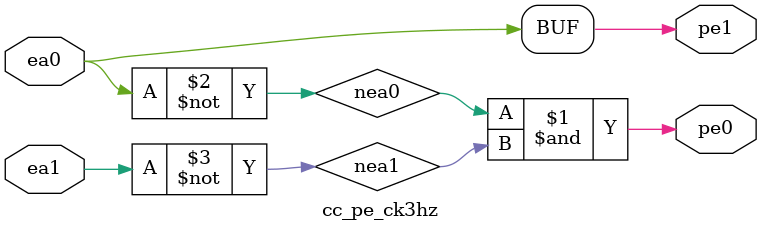
<source format=v>
module cc_pe_ck3hz(
	input ea0,
	input ea1,
	output pe0,
	output pe1
);
wire nea0,nea1;
not(nea0,ea0);
not(nea1,ea1);

buf(pe1,ea0);

and(pe0,nea0,nea1);



endmodule
</source>
